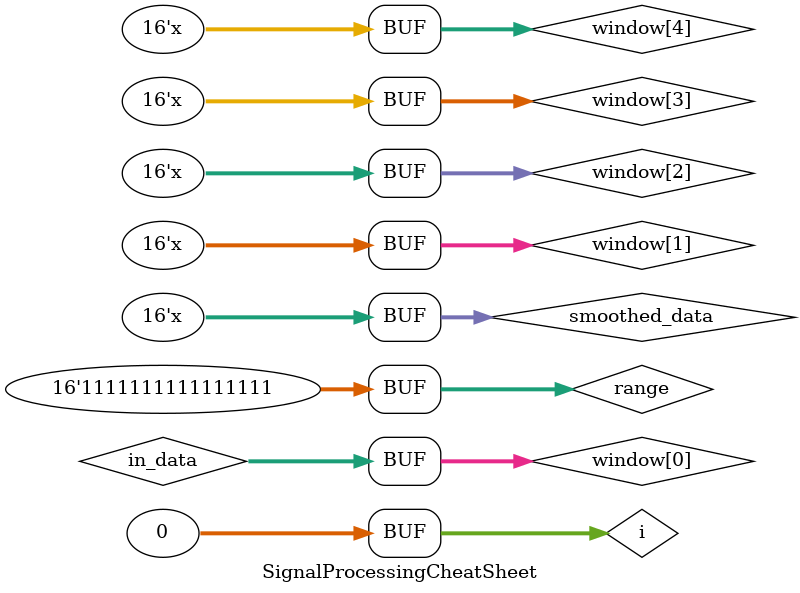
<source format=v>
`timescale 1ns / 1ps

module SignalProcessingCheatSheet;

// ==========================================================================
// 1. Parameters and Internal Signals
// ==========================================================================
// Parameters allow flexibility in configuring the module for different applications.
parameter DATA_WIDTH = 16;       // Bit-width of the input data
// Explanation: The range of signed data is -2^(DATA_WIDTH-1) to 2^(DATA_WIDTH-1)-1.
// For example, with DATA_WIDTH=16, the range is -32768 to 32767.

parameter SCALE_FACTOR = 2;     // Scaling factor for data
// Explanation: SCALE_FACTOR is a multiplier that amplifies or attenuates the input signal.
// For example, SCALE_FACTOR=2 doubles the signal, and SCALE_FACTOR=0.5 halves it.

parameter OFFSET = 0;           // Offset for scaling
// Explanation: OFFSET is an additive constant used to shift the scaled signal.
// This is useful for bias correction or aligning the signal to a desired baseline.

parameter NORMALIZE_MAX = 32767; // Max value for normalization
parameter NORMALIZE_MIN = -32768; // Min value for normalization
// Explanation: NORMALIZE_MAX and NORMALIZE_MIN define the bounds for normalization.
// Normalization rescales the signal to fit a fixed range, improving consistency across datasets.

// Internal signals
reg signed [DATA_WIDTH-1:0] in_data;      // Input signal
wire signed [DATA_WIDTH-1:0] scaled_data; // Scaled signal
wire signed [DATA_WIDTH-1:0] normalized_data; // Normalized signal
reg [DATA_WIDTH-1:0] smoothed_data;      // Smoothed signal

// ==========================================================================
// 2. Scaling Implementation
// ==========================================================================
// Scaling adjusts the input signal by a factor and applies an offset.
assign scaled_data = (in_data * SCALE_FACTOR) + OFFSET;
// Use case: In audio processing, scaling adjusts volume levels. In sensor data, scaling converts raw ADC values to meaningful units.

// ==========================================================================
// 3. Normalization Implementation
// ==========================================================================
// Normalization maps the signal to a fixed range (e.g., [-1, 1]).
wire signed [DATA_WIDTH-1:0] range = NORMALIZE_MAX - NORMALIZE_MIN;
assign normalized_data = ((in_data - NORMALIZE_MIN) * 32767) / range; // Normalized to [-1, 1] range
// Use case: Normalization is essential in machine learning, where inputs must be scaled to similar ranges for effective training.

// ==========================================================================
// 4. Moving Average Filter (Smoothing)
// ==========================================================================
// Smoothes the signal using a simple 5-point moving average.
reg signed [DATA_WIDTH-1:0] window[0:4]; // Sliding window buffer
integer i;

always @(in_data) begin
    // Shift window
    for (i = 4; i > 0; i = i - 1) begin
        window[i] <= window[i-1];
    end
    window[0] <= in_data;

    // Compute average
    smoothed_data <= (window[0] + window[1] + window[2] + window[3] + window[4]) / 5;
end
// Use case: Smoothing is used in financial data analysis to reduce noise or in sensor applications to filter fluctuations.

// ==========================================================================
// 5. Clipping Implementation
// ==========================================================================
// Ensures the signal remains within specified bounds to prevent saturation.
function [DATA_WIDTH-1:0] clip_signal;
    input signed [DATA_WIDTH-1:0] value;
    input signed [DATA_WIDTH-1:0] min_val;
    input signed [DATA_WIDTH-1:0] max_val;
    begin
        if (value > max_val)
            clip_signal = max_val;
        else if (value < min_val)
            clip_signal = min_val;
        else
            clip_signal = value;
    end
endfunction
// Use case: Clipping is used in audio processing to limit volume or in control systems to prevent actuator saturation.

// ==========================================================================
// 6. Derivative Calculation
// ==========================================================================
// Computes the discrete derivative of the signal to measure changes.
reg signed [DATA_WIDTH-1:0] prev_data;
wire signed [DATA_WIDTH-1:0] derivative;

assign derivative = in_data - prev_data;

always @(posedge clk) begin
    prev_data <= in_data;
end
// Use case: Derivatives are used in motion analysis (e.g., velocity from position) or edge detection in image processing.

// ==========================================================================
// 7. Integration Calculation
// ==========================================================================
// Computes the discrete integral of the signal for accumulation.
reg signed [DATA_WIDTH+15:0] integral;

always @(posedge clk) begin
    if (reset)
        integral <= 0;
    else
        integral <= integral + in_data;
end
// Use case: Integration is used in energy computation, position from velocity, or signal smoothing.

// ==========================================================================
// 8. Floating-Point to Fixed-Point Conversion
// ==========================================================================
// Fixed-point representation is preferred in FPGA systems due to limited hardware resources.
// Floating-point numbers are converted to fixed-point for efficient computation.
parameter FLOAT_WIDTH = 32; // Floating-point input bit-width
parameter FIX_WIDTH = 16;   // Fixed-point output bit-width
parameter Q_FACTOR = 8;     // Number of fractional bits in fixed-point format

reg [FLOAT_WIDTH-1:0] float_input; // Input in floating-point format
wire signed [FIX_WIDTH-1:0] fixed_output; // Output in fixed-point format

assign fixed_output = float_input[FLOAT_WIDTH-1:Q_FACTOR]; // Truncate or shift to fixed-point
// Hint: Consider rounding logic for better precision when truncating floating-point values.
// Use case: Converting sensor data or machine learning weights for FPGA implementation.

// ==========================================================================
// 9. Overflow Handling
// ==========================================================================
// Overflow occurs when a computation exceeds the representable range.
// This function implements saturation logic to clip the values within a safe range.
function signed [FIX_WIDTH-1:0] saturate;
    input signed [FIX_WIDTH-1:0] value;
    input signed [FIX_WIDTH-1:0] max_val;
    input signed [FIX_WIDTH-1:0] min_val;
    begin
        if (value > max_val)
            saturate = max_val;
        else if (value < min_val)
            saturate = min_val;
        else
            saturate = value;
    end
endfunction
// Hint: Saturation prevents catastrophic failures in safety-critical systems such as industrial automation.
// Use case: Preventing wraparound errors in computations like control systems or digital filters.

// ==========================================================================
// 10. Bit Growth in Arithmetic Operations
// ==========================================================================
// Arithmetic operations like addition and multiplication increase the bit-width required to store results.
parameter ADDER_INPUT_WIDTH = 16; // Input bit-width for addition
parameter ADDER_OUTPUT_WIDTH = ADDER_INPUT_WIDTH + 1; // Output bit-width for addition

reg signed [ADDER_INPUT_WIDTH-1:0] operand_a, operand_b;
wire signed [ADDER_OUTPUT_WIDTH-1:0] sum;

assign sum = operand_a + operand_b;
// Explanation: Addition increases bit-width by 1 to accommodate carry.

parameter MULT_INPUT_WIDTH = 16; // Input bit-width for multiplication
parameter MULT_OUTPUT_WIDTH = MULT_INPUT_WIDTH * 2; // Output bit-width for multiplication

reg signed [MULT_INPUT_WIDTH-1:0] multiplicand, multiplier;
wire signed [MULT_OUTPUT_WIDTH-1:0] product;

assign product = multiplicand * multiplier;
// Hint: Plan bit growth during design to avoid truncation errors in critical calculations.
// Use case: Ensuring intermediate results in multipliers or filters do not overflow.

// ==========================================================================
// 11. Pipelining for High Throughput
// ==========================================================================
// Pipelining splits operations into smaller stages to improve throughput at the cost of latency.
reg signed [ADDER_INPUT_WIDTH-1:0] pipeline_stage1;
reg signed [ADDER_OUTPUT_WIDTH-1:0] pipeline_stage2;

always @(posedge clk) begin
    pipeline_stage1 <= operand_a + operand_b; // First stage
    pipeline_stage2 <= pipeline_stage1 + operand_b; // Second stage
end
// Hint: Balance latency and throughput based on the application's performance needs.
// Use case: High-performance FIR filters, matrix multiplications, or FFT implementations.

// ==========================================================================
// 12. Dynamic Range Scaling
// ==========================================================================
// Scaling adjusts the input signal dynamically to prevent overflow while maximizing resolution.
parameter SCALE_DYNAMIC_MAX = 100; // Maximum scaling factor
parameter SCALE_DYNAMIC_MIN = 1;   // Minimum scaling factor
reg [DATA_WIDTH-1:0] dynamic_scale_factor;

always @(in_data) begin
    if (in_data > NORMALIZE_MAX / 2)
        dynamic_scale_factor <= SCALE_DYNAMIC_MIN;
    else
        dynamic_scale_factor <= SCALE_DYNAMIC_MAX;
end

assign scaled_dynamic_output = in_data * dynamic_scale_factor;
// Hint: Dynamic scaling is crucial in adaptive systems, such as communications or radar processing.
// Use case: Maximizing dynamic range in image or signal compression applications.

// ==========================================================================
// 13. Quantization Noise Mitigation
// ==========================================================================
// Quantization introduces noise during fixed-point conversion or data compression.
// Logic to add dithering (random noise) to reduce the effect of quantization noise.
reg [DATA_WIDTH-1:0] quantization_noise;
reg [DATA_WIDTH-1:0] dithered_signal;

always @(posedge clk) begin
    quantization_noise <= $random % 2; // Simple random noise generator
    dithered_signal <= fixed_output + quantization_noise;
end

// Hint: Dithering improves the perceptual quality of signals, especially in image and audio processing.
// Use case: Reducing artifacts in image rendering or improving sound fidelity in digital audio.

endmodule

</source>
